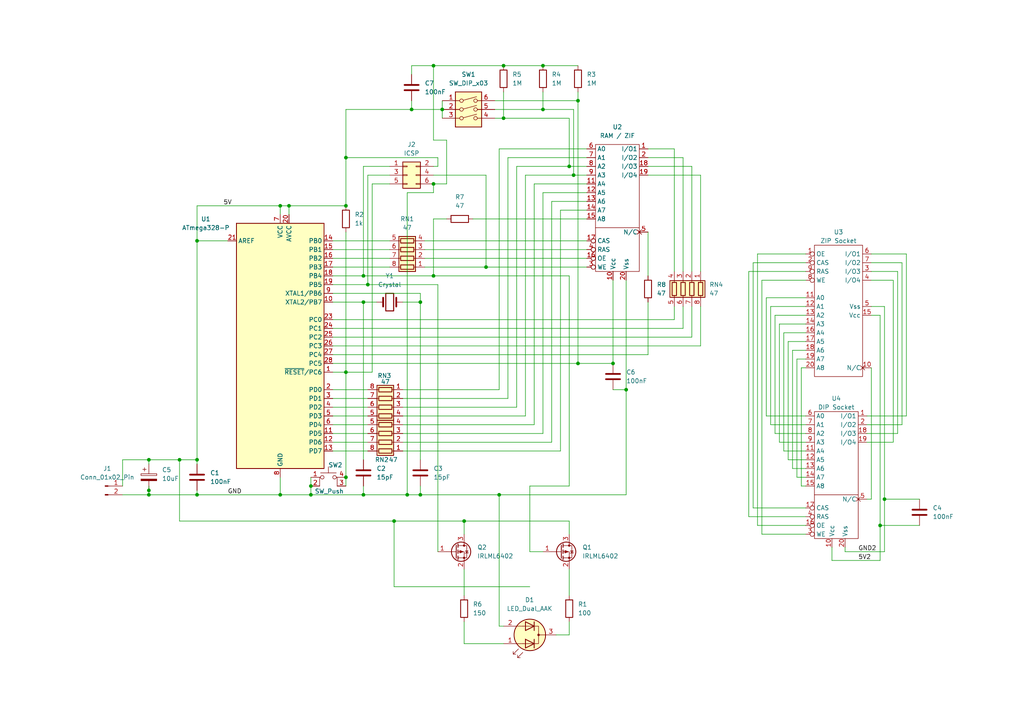
<source format=kicad_sch>
(kicad_sch (version 20231120) (generator "eeschema") (generator_version "8.0")
  (paper "A4")
  (lib_symbols
    (symbol "514256-DIP_1"
      (property "Reference" "514256" (at 12.7 6.604 0))
      (symbol "514256-DIP_1_0_1"
        (polyline (pts (xy 6.35 -19.05) (xy 19.05 -19.05)))
        (rectangle (start 6.35 5.08) (end 19.05 -31.75))
      )
      (symbol "514256-DIP_1_1_1"
        (pin bidirectional line (at 21.59 3.81 180) (length 2.54) (name "I/O1") (number "1"))
        (pin input line (at 11.43 -34.29 90) (length 2.54) (name "Vcc") (number "10"))
        (pin input line (at 3.81 -6.35 0) (length 2.54) (name "A4") (number "11"))
        (pin input line (at 3.81 -8.89 0) (length 2.54) (name "A5") (number "12"))
        (pin input line (at 3.81 -11.43 0) (length 2.54) (name "A6") (number "13"))
        (pin input line (at 3.81 -13.97 0) (length 2.54) (name "A7") (number "14"))
        (pin input line (at 3.81 -16.51 0) (length 2.54) (name "A8") (number "15"))
        (pin input inverted (at 3.81 -27.94 0) (length 2.54) (name "OE") (number "16"))
        (pin input inverted (at 3.81 -22.86 0) (length 2.54) (name "CAS") (number "17"))
        (pin bidirectional line (at 21.59 -1.27 180) (length 2.54) (name "I/O3") (number "18"))
        (pin bidirectional line (at 21.59 -3.81 180) (length 2.54) (name "I/O4") (number "19"))
        (pin bidirectional line (at 21.59 1.27 180) (length 2.54) (name "I/O2") (number "2"))
        (pin input line (at 15.24 -34.29 90) (length 2.54) (name "Vss") (number "20"))
        (pin input inverted (at 3.81 -30.48 0) (length 2.54) (name "WE") (number "3"))
        (pin input inverted (at 3.81 -25.4 0) (length 2.54) (name "RAS") (number "4"))
        (pin passive non_logic (at 21.59 -20.32 180) (length 2.54) (name "N/C") (number "5"))
        (pin input line (at 3.81 3.81 0) (length 2.54) (name "A0") (number "6"))
        (pin input line (at 3.81 1.27 0) (length 2.54) (name "A1") (number "7"))
        (pin input line (at 3.81 -1.27 0) (length 2.54) (name "A2") (number "8"))
        (pin input line (at 3.81 -3.81 0) (length 2.54) (name "A3") (number "9"))
      )
    )
    (symbol "Connector:Conn_01x02_Pin" (pin_names (offset 1.016) hide)
      (property "Reference" "J" (at 0 2.54 0))
      (property "Value" "Conn_01x02_Pin" (at 0 -5.08 0))
      (symbol "Conn_01x02_Pin_1_1"
        (polyline (pts (xy 1.27 -2.54) (xy 0.8636 -2.54)) (stroke (width 0.1524)))
        (polyline (pts (xy 1.27 0) (xy 0.8636 0)) (stroke (width 0.1524)))
        (rectangle (start 0.8636 -2.413) (end 0 -2.667) (stroke (width 0.1524)) (fill (type outline)))
        (rectangle (start 0.8636 0.127) (end 0 -0.127) (stroke (width 0.1524)) (fill (type outline)))
        (pin passive line (at 5.08 0 180) (length 3.81) (name "Pin_1") (number "1"))
        (pin passive line (at 5.08 -2.54 180) (length 3.81) (name "Pin_2") (number "2"))
      )
    )
    (symbol "Connector_Generic:Conn_02x03_Odd_Even" (pin_names (offset 1.016) hide)
      (property "Reference" "J" (at 1.27 5.08 0))
      (property "Value" "Conn_02x03_Odd_Even" (at 1.27 -5.08 0))
      (symbol "Conn_02x03_Odd_Even_1_1"
        (rectangle (start -1.27 -2.413) (end 0 -2.667) (stroke (width 0.1524)))
        (rectangle (start -1.27 0.127) (end 0 -0.127) (stroke (width 0.1524)))
        (rectangle (start -1.27 2.667) (end 0 2.413) (stroke (width 0.1524)))
        (rectangle (start -1.27 3.81) (end 3.81 -3.81) (stroke (width 0.254)) (fill (type background)))
        (rectangle (start 3.81 -2.413) (end 2.54 -2.667) (stroke (width 0.1524)))
        (rectangle (start 3.81 0.127) (end 2.54 -0.127) (stroke (width 0.1524)))
        (rectangle (start 3.81 2.667) (end 2.54 2.413) (stroke (width 0.1524)))
        (pin passive line (at -5.08 2.54 0) (length 3.81) (name "Pin_1") (number "1"))
        (pin passive line (at 7.62 2.54 180) (length 3.81) (name "Pin_2") (number "2"))
        (pin passive line (at -5.08 0 0) (length 3.81) (name "Pin_3") (number "3"))
        (pin passive line (at 7.62 0 180) (length 3.81) (name "Pin_4") (number "4"))
        (pin passive line (at -5.08 -2.54 0) (length 3.81) (name "Pin_5") (number "5"))
        (pin passive line (at 7.62 -2.54 180) (length 3.81) (name "Pin_6") (number "6"))
      )
    )
    (symbol "Device:C" (pin_numbers hide) (pin_names (offset 0.254))
      (property "Reference" "C" (at 0.635 2.54 0))
      (property "Value" "C" (at 0.635 -2.54 0))
      (symbol "C_0_1"
        (polyline (pts (xy -2.032 -0.762) (xy 2.032 -0.762)) (stroke (width 0.508)))
        (polyline (pts (xy -2.032 0.762) (xy 2.032 0.762)) (stroke (width 0.508)))
      )
      (symbol "C_1_1"
        (pin passive line (at 0 3.81 270) (length 2.794) (name "~") (number "1"))
        (pin passive line (at 0 -3.81 90) (length 2.794) (name "~") (number "2"))
      )
    )
    (symbol "Device:C_Polarized" (pin_numbers hide) (pin_names (offset 0.254))
      (property "Reference" "C" (at 0.635 2.54 0))
      (property "Value" "C_Polarized" (at 0.635 -2.54 0))
      (symbol "C_Polarized_0_1"
        (rectangle (start -2.286 0.508) (end 2.286 1.016))
        (polyline (pts (xy -1.778 2.286) (xy -0.762 2.286)))
        (polyline (pts (xy -1.27 2.794) (xy -1.27 1.778)))
        (rectangle (start 2.286 -0.508) (end -2.286 -1.016) (fill (type outline)))
      )
      (symbol "C_Polarized_1_1"
        (pin passive line (at 0 3.81 270) (length 2.794) (name "~") (number "1"))
        (pin passive line (at 0 -3.81 90) (length 2.794) (name "~") (number "2"))
      )
    )
    (symbol "Device:Crystal" (pin_numbers hide) (pin_names (offset 1.016) hide)
      (property "Reference" "Y" (at 0 3.81 0))
      (property "Value" "Crystal" (at 0 -3.81 0))
      (symbol "Crystal_0_1"
        (rectangle (start -1.143 2.54) (end 1.143 -2.54) (stroke (width 0.3048)))
        (polyline (pts (xy -2.54 0) (xy -1.905 0)))
        (polyline (pts (xy -1.905 -1.27) (xy -1.905 1.27)) (stroke (width 0.508)))
        (polyline (pts (xy 1.905 -1.27) (xy 1.905 1.27)) (stroke (width 0.508)))
        (polyline (pts (xy 2.54 0) (xy 1.905 0)))
      )
      (symbol "Crystal_1_1"
        (pin passive line (at -3.81 0 0) (length 1.27) (name "1") (number "1"))
        (pin passive line (at 3.81 0 180) (length 1.27) (name "2") (number "2"))
      )
    )
    (symbol "Device:LED_Dual_AAK" (pin_names (offset 0) hide)
      (property "Reference" "D" (at 0 5.715 0))
      (property "Value" "LED_Dual_AAK" (at 0 -6.35 0))
      (symbol "LED_Dual_AAK_0_1"
        (circle (center -2.54 0) (radius 0.2794) (fill (type outline)))
        (polyline (pts (xy -4.572 0) (xy -2.54 0)))
        (polyline (pts (xy -1.27 -1.27) (xy -1.27 -3.81)) (stroke (width 0.254)))
        (polyline (pts (xy -1.27 1.27) (xy -1.27 3.81)) (stroke (width 0.254)))
        (polyline (pts (xy 3.81 -2.54) (xy 1.905 -2.54)))
        (polyline (pts (xy 3.81 2.54) (xy 1.905 2.54)))
        (polyline (pts (xy 1.27 -3.81) (xy 1.27 -1.27) (xy -1.27 -2.54) (xy 1.27 -3.81)) (stroke (width 0.254)))
        (polyline (pts (xy 1.27 1.27) (xy 1.27 3.81) (xy -1.27 2.54) (xy 1.27 1.27)) (stroke (width 0.254)))
        (polyline (pts (xy 2.032 2.54) (xy -2.54 2.54) (xy -2.54 -2.54) (xy 2.032 -2.54)))
        (polyline (pts (xy 2.032 5.08) (xy 3.556 6.604) (xy 2.794 6.604) (xy 3.556 6.604) (xy 3.556 5.842)))
        (polyline (pts (xy 3.302 4.064) (xy 4.826 5.588) (xy 4.064 5.588) (xy 4.826 5.588) (xy 4.826 4.826)))
        (circle (center 0 0) (radius 4.572) (stroke (width 0.254)) (fill (type background)))
      )
      (symbol "LED_Dual_AAK_1_1"
        (pin input line (at 7.62 2.54 180) (length 3.81) (name "A1") (number "1"))
        (pin input line (at 7.62 -2.54 180) (length 3.81) (name "A2") (number "2"))
        (pin input line (at -7.62 0 0) (length 3.048) (name "K") (number "3"))
      )
    )
    (symbol "Device:R" (pin_numbers hide) (pin_names (offset 0))
      (property "Reference" "R" (at 2.032 0 90))
      (property "Value" "R" (at 0 0 90))
      (symbol "R_0_1"
        (rectangle (start -1.016 -2.54) (end 1.016 2.54) (stroke (width 0.254)))
      )
      (symbol "R_1_1"
        (pin passive line (at 0 3.81 270) (length 1.27) (name "~") (number "1"))
        (pin passive line (at 0 -3.81 90) (length 1.27) (name "~") (number "2"))
      )
    )
    (symbol "Device:R_Pack04" (pin_names (offset 0) hide)
      (property "Reference" "RN" (at -7.62 0 90))
      (property "Value" "R_Pack04" (at 5.08 0 90))
      (symbol "R_Pack04_0_1"
        (rectangle (start -6.35 -2.413) (end 3.81 2.413) (stroke (width 0.254)) (fill (type background)))
        (rectangle (start -5.715 1.905) (end -4.445 -1.905) (stroke (width 0.254)))
        (rectangle (start -3.175 1.905) (end -1.905 -1.905) (stroke (width 0.254)))
        (rectangle (start -0.635 1.905) (end 0.635 -1.905) (stroke (width 0.254)))
        (polyline (pts (xy -5.08 -2.54) (xy -5.08 -1.905)))
        (polyline (pts (xy -5.08 1.905) (xy -5.08 2.54)))
        (polyline (pts (xy -2.54 -2.54) (xy -2.54 -1.905)))
        (polyline (pts (xy -2.54 1.905) (xy -2.54 2.54)))
        (polyline (pts (xy 0 -2.54) (xy 0 -1.905)))
        (polyline (pts (xy 0 1.905) (xy 0 2.54)))
        (polyline (pts (xy 2.54 -2.54) (xy 2.54 -1.905)))
        (polyline (pts (xy 2.54 1.905) (xy 2.54 2.54)))
        (rectangle (start 1.905 1.905) (end 3.175 -1.905) (stroke (width 0.254)))
      )
      (symbol "R_Pack04_1_1"
        (pin passive line (at -5.08 -5.08 90) (length 2.54) (name "R1.1") (number "1"))
        (pin passive line (at -2.54 -5.08 90) (length 2.54) (name "R2.1") (number "2"))
        (pin passive line (at 0 -5.08 90) (length 2.54) (name "R3.1") (number "3"))
        (pin passive line (at 2.54 -5.08 90) (length 2.54) (name "R4.1") (number "4"))
        (pin passive line (at 2.54 5.08 270) (length 2.54) (name "R4.2") (number "5"))
        (pin passive line (at 0 5.08 270) (length 2.54) (name "R3.2") (number "6"))
        (pin passive line (at -2.54 5.08 270) (length 2.54) (name "R2.2") (number "7"))
        (pin passive line (at -5.08 5.08 270) (length 2.54) (name "R1.2") (number "8"))
      )
    )
    (symbol "MCU_Microchip_ATmega:ATmega328-P"
      (property "Reference" "U" (at -12.7 36.83 0))
      (property "Value" "ATmega328-P" (at 2.54 -36.83 0))
      (symbol "ATmega328-P_0_1"
        (rectangle (start -12.7 -35.56) (end 12.7 35.56) (stroke (width 0.254)) (fill (type background)))
      )
      (symbol "ATmega328-P_1_1"
        (pin bidirectional line (at 15.24 -7.62 180) (length 2.54) (name "~{RESET}/PC6") (number "1"))
        (pin bidirectional line (at 15.24 12.7 180) (length 2.54) (name "XTAL2/PB7") (number "10"))
        (pin bidirectional line (at 15.24 -25.4 180) (length 2.54) (name "PD5") (number "11"))
        (pin bidirectional line (at 15.24 -27.94 180) (length 2.54) (name "PD6") (number "12"))
        (pin bidirectional line (at 15.24 -30.48 180) (length 2.54) (name "PD7") (number "13"))
        (pin bidirectional line (at 15.24 30.48 180) (length 2.54) (name "PB0") (number "14"))
        (pin bidirectional line (at 15.24 27.94 180) (length 2.54) (name "PB1") (number "15"))
        (pin bidirectional line (at 15.24 25.4 180) (length 2.54) (name "PB2") (number "16"))
        (pin bidirectional line (at 15.24 22.86 180) (length 2.54) (name "PB3") (number "17"))
        (pin bidirectional line (at 15.24 20.32 180) (length 2.54) (name "PB4") (number "18"))
        (pin bidirectional line (at 15.24 17.78 180) (length 2.54) (name "PB5") (number "19"))
        (pin bidirectional line (at 15.24 -12.7 180) (length 2.54) (name "PD0") (number "2"))
        (pin power_in line (at 2.54 38.1 270) (length 2.54) (name "AVCC") (number "20"))
        (pin passive line (at -15.24 30.48 0) (length 2.54) (name "AREF") (number "21"))
        (pin passive line (at 0 -38.1 90) (length 2.54) hide (name "GND") (number "22"))
        (pin bidirectional line (at 15.24 7.62 180) (length 2.54) (name "PC0") (number "23"))
        (pin bidirectional line (at 15.24 5.08 180) (length 2.54) (name "PC1") (number "24"))
        (pin bidirectional line (at 15.24 2.54 180) (length 2.54) (name "PC2") (number "25"))
        (pin bidirectional line (at 15.24 0 180) (length 2.54) (name "PC3") (number "26"))
        (pin bidirectional line (at 15.24 -2.54 180) (length 2.54) (name "PC4") (number "27"))
        (pin bidirectional line (at 15.24 -5.08 180) (length 2.54) (name "PC5") (number "28"))
        (pin bidirectional line (at 15.24 -15.24 180) (length 2.54) (name "PD1") (number "3"))
        (pin bidirectional line (at 15.24 -17.78 180) (length 2.54) (name "PD2") (number "4"))
        (pin bidirectional line (at 15.24 -20.32 180) (length 2.54) (name "PD3") (number "5"))
        (pin bidirectional line (at 15.24 -22.86 180) (length 2.54) (name "PD4") (number "6"))
        (pin power_in line (at 0 38.1 270) (length 2.54) (name "VCC") (number "7"))
        (pin power_in line (at 0 -38.1 90) (length 2.54) (name "GND") (number "8"))
        (pin bidirectional line (at 15.24 15.24 180) (length 2.54) (name "XTAL1/PB6") (number "9"))
      )
    )
    (symbol "Memory_RAM:514256-DIP"
      (property "Reference" "514256" (at 12.7 6.604 0))
      (symbol "514256-DIP_0_1"
        (polyline (pts (xy 6.35 -19.05) (xy 19.05 -19.05)))
        (rectangle (start 6.35 5.08) (end 19.05 -31.75))
      )
      (symbol "514256-DIP_1_1"
        (pin bidirectional line (at 21.59 3.81 180) (length 2.54) (name "I/O1") (number "1"))
        (pin input line (at 11.43 -34.29 90) (length 2.54) (name "Vcc") (number "10"))
        (pin input line (at 3.81 -6.35 0) (length 2.54) (name "A4") (number "11"))
        (pin input line (at 3.81 -8.89 0) (length 2.54) (name "A5") (number "12"))
        (pin input line (at 3.81 -11.43 0) (length 2.54) (name "A6") (number "13"))
        (pin input line (at 3.81 -13.97 0) (length 2.54) (name "A7") (number "14"))
        (pin input line (at 3.81 -16.51 0) (length 2.54) (name "A8") (number "15"))
        (pin input inverted (at 3.81 -27.94 0) (length 2.54) (name "OE") (number "16"))
        (pin input inverted (at 3.81 -22.86 0) (length 2.54) (name "CAS") (number "17"))
        (pin bidirectional line (at 21.59 -1.27 180) (length 2.54) (name "I/O3") (number "18"))
        (pin bidirectional line (at 21.59 -3.81 180) (length 2.54) (name "I/O4") (number "19"))
        (pin bidirectional line (at 21.59 1.27 180) (length 2.54) (name "I/O2") (number "2"))
        (pin input line (at 15.24 -34.29 90) (length 2.54) (name "Vss") (number "20"))
        (pin input inverted (at 3.81 -30.48 0) (length 2.54) (name "WE") (number "3"))
        (pin input inverted (at 3.81 -25.4 0) (length 2.54) (name "RAS") (number "4"))
        (pin passive non_logic (at 21.59 -20.32 180) (length 2.54) (name "N/C") (number "5"))
        (pin input line (at 3.81 3.81 0) (length 2.54) (name "A0") (number "6"))
        (pin input line (at 3.81 1.27 0) (length 2.54) (name "A1") (number "7"))
        (pin input line (at 3.81 -1.27 0) (length 2.54) (name "A2") (number "8"))
        (pin input line (at 3.81 -3.81 0) (length 2.54) (name "A3") (number "9"))
      )
    )
    (symbol "Memory_RAM:514256-ZIP"
      (property "Reference" "U" (at 1.27 0 0))
      (symbol "514256-ZIP_1_1"
        (rectangle (start -3.81 -1.27) (end 10.16 -39.37))
        (pin input inverted (at -6.35 -3.81 0) (length 2.54) (name "OE") (number "1"))
        (pin passive non_logic (at 12.7 -36.83 180) (length 2.54) (name "N/C") (number "10"))
        (pin input line (at -6.35 -16.51 0) (length 2.54) (name "A0") (number "11"))
        (pin input line (at -6.35 -19.05 0) (length 2.54) (name "A1") (number "12"))
        (pin input line (at -6.35 -21.59 0) (length 2.54) (name "A2") (number "13"))
        (pin input line (at -6.35 -24.13 0) (length 2.54) (name "A3") (number "14"))
        (pin input line (at 12.7 -21.59 180) (length 2.54) (name "Vcc") (number "15"))
        (pin input line (at -6.35 -26.67 0) (length 2.54) (name "A4") (number "16"))
        (pin input line (at -6.35 -29.21 0) (length 2.54) (name "A5") (number "17"))
        (pin input line (at -6.35 -31.75 0) (length 2.54) (name "A6") (number "18"))
        (pin input line (at -6.35 -34.29 0) (length 2.54) (name "A7") (number "19"))
        (pin input inverted (at -6.35 -6.35 0) (length 2.54) (name "CAS") (number "2"))
        (pin input line (at -6.35 -36.83 0) (length 2.54) (name "A8") (number "20"))
        (pin bidirectional line (at 12.7 -8.89 180) (length 2.54) (name "I/O3") (number "3"))
        (pin bidirectional line (at 12.7 -11.43 180) (length 2.54) (name "I/O4") (number "4"))
        (pin input line (at 12.7 -19.05 180) (length 2.54) (name "Vss") (number "5"))
        (pin bidirectional line (at 12.7 -3.81 180) (length 2.54) (name "I/O1") (number "6"))
        (pin bidirectional line (at 12.7 -6.35 180) (length 2.54) (name "I/O2") (number "7"))
        (pin input inverted (at -6.35 -11.43 0) (length 2.54) (name "WE") (number "8"))
        (pin input inverted (at -6.35 -8.89 0) (length 2.54) (name "RAS") (number "9"))
      )
    )
    (symbol "Switch:SW_DIP_x03" (pin_names (offset 0) hide)
      (property "Reference" "SW" (at 0 6.35 0))
      (property "Value" "SW_DIP_x03" (at 0 -6.35 0))
      (symbol "SW_DIP_x03_0_0"
        (circle (center -2.032 -2.54) (radius 0.508))
        (circle (center -2.032 0) (radius 0.508))
        (circle (center -2.032 2.54) (radius 0.508))
        (polyline (pts (xy -1.524 -2.413) (xy 2.3622 -1.3716)))
        (polyline (pts (xy -1.524 0.127) (xy 2.3622 1.1684)))
        (polyline (pts (xy -1.524 2.667) (xy 2.3622 3.7084)))
        (circle (center 2.032 -2.54) (radius 0.508))
        (circle (center 2.032 0) (radius 0.508))
        (circle (center 2.032 2.54) (radius 0.508))
      )
      (symbol "SW_DIP_x03_0_1"
        (rectangle (start -3.81 5.08) (end 3.81 -5.08) (stroke (width 0.254)) (fill (type background)))
      )
      (symbol "SW_DIP_x03_1_1"
        (pin passive line (at -7.62 2.54 0) (length 5.08) (name "~") (number "1"))
        (pin passive line (at -7.62 0 0) (length 5.08) (name "~") (number "2"))
        (pin passive line (at -7.62 -2.54 0) (length 5.08) (name "~") (number "3"))
        (pin passive line (at 7.62 -2.54 180) (length 5.08) (name "~") (number "4"))
        (pin passive line (at 7.62 0 180) (length 5.08) (name "~") (number "5"))
        (pin passive line (at 7.62 2.54 180) (length 5.08) (name "~") (number "6"))
      )
    )
    (symbol "Switch:SW_MEC_5E" (pin_names (offset 1.016) hide)
      (property "Reference" "SW" (at 0.635 5.715 0))
      (property "Value" "SW_MEC_5E" (at 0 -3.175 0))
      (symbol "SW_MEC_5E_0_1"
        (circle (center -1.778 2.54) (radius 0.508))
        (polyline (pts (xy -2.286 3.81) (xy 2.286 3.81)))
        (polyline (pts (xy 0 3.81) (xy 0 5.588)))
        (polyline (pts (xy -2.54 0) (xy -2.54 2.54) (xy -2.286 2.54)))
        (polyline (pts (xy 2.54 0) (xy 2.54 2.54) (xy 2.286 2.54)))
        (circle (center 1.778 2.54) (radius 0.508))
        (pin passive line (at -5.08 2.54 0) (length 2.54) (name "1") (number "1"))
        (pin passive line (at -5.08 0 0) (length 2.54) (name "2") (number "2"))
        (pin passive line (at 5.08 0 180) (length 2.54) (name "K") (number "3"))
        (pin passive line (at 5.08 2.54 180) (length 2.54) (name "A") (number "4"))
      )
    )
    (symbol "Transistor_FET:IRLML6402" (pin_names hide)
      (property "Reference" "Q" (at 5.08 1.905 0))
      (property "Value" "IRLML6402" (at 5.08 0 0))
      (symbol "IRLML6402_0_1"
        (polyline (pts (xy 0.254 0) (xy -2.54 0)))
        (polyline (pts (xy 0.254 1.905) (xy 0.254 -1.905)) (stroke (width 0.254)))
        (polyline (pts (xy 0.762 -1.27) (xy 0.762 -2.286)) (stroke (width 0.254)))
        (polyline (pts (xy 0.762 0.508) (xy 0.762 -0.508)) (stroke (width 0.254)))
        (polyline (pts (xy 0.762 2.286) (xy 0.762 1.27)) (stroke (width 0.254)))
        (polyline (pts (xy 2.54 2.54) (xy 2.54 1.778)))
        (polyline (pts (xy 2.54 -2.54) (xy 2.54 0) (xy 0.762 0)))
        (polyline (pts (xy 0.762 1.778) (xy 3.302 1.778) (xy 3.302 -1.778) (xy 0.762 -1.778)))
        (polyline (pts (xy 2.286 0) (xy 1.27 0.381) (xy 1.27 -0.381) (xy 2.286 0)) (fill (type outline)))
        (polyline (pts (xy 2.794 -0.508) (xy 2.921 -0.381) (xy 3.683 -0.381) (xy 3.81 -0.254)))
        (polyline (pts (xy 3.302 -0.381) (xy 2.921 0.254) (xy 3.683 0.254) (xy 3.302 -0.381)))
        (circle (center 1.651 0) (radius 2.794) (stroke (width 0.254)))
        (circle (center 2.54 -1.778) (radius 0.254) (fill (type outline)))
        (circle (center 2.54 1.778) (radius 0.254) (fill (type outline)))
      )
      (symbol "IRLML6402_1_1"
        (pin input line (at -5.08 0 0) (length 2.54) (name "G") (number "1"))
        (pin passive line (at 2.54 -5.08 90) (length 2.54) (name "S") (number "2"))
        (pin passive line (at 2.54 5.08 270) (length 2.54) (name "D") (number "3"))
      )
    )
  )
  (junction (at 90.17 143.51))
  (junction (at 121.92 143.51))
  (junction (at 83.82 59.69))
  (junction (at 100.33 45.72))
  (junction (at 105.41 87.63))
  (junction (at 100.33 59.69))
  (junction (at 157.48 19.05))
  (junction (at 128.27 31.75))
  (junction (at 100.33 138.43))
  (junction (at 57.15 133.35))
  (junction (at 57.15 143.51))
  (junction (at 146.05 19.05))
  (junction (at 125.73 80.01))
  (junction (at 119.38 31.75))
  (junction (at 165.1 48.26))
  (junction (at 43.18 143.51))
  (junction (at 255.27 152.4))
  (junction (at 105.41 80.01))
  (junction (at 121.92 87.63))
  (junction (at 256.54 144.78))
  (junction (at 81.28 59.69))
  (junction (at 181.61 113.03))
  (junction (at 146.05 34.29))
  (junction (at 140.97 77.47))
  (junction (at 43.18 142.24))
  (junction (at 167.64 29.21))
  (junction (at 144.78 143.51))
  (junction (at 177.8 105.41))
  (junction (at 157.48 31.75))
  (junction (at 57.15 69.85))
  (junction (at 106.68 82.55))
  (junction (at 105.41 143.51))
  (junction (at 52.07 133.35))
  (junction (at 125.73 53.34))
  (junction (at 166.37 50.8))
  (junction (at 167.64 105.41))
  (junction (at 81.28 143.51))
  (junction (at 100.33 107.95))
  (junction (at 118.11 143.51))
  (junction (at 114.3 151.13))
  (junction (at 90.17 140.97))
  (junction (at 134.62 151.13))
  (junction (at 43.18 133.35))
  (junction (at 125.73 19.05))
  (wire (pts (xy 222.25 86.36) (xy 222.25 120.65)))
  (wire (pts (xy 116.84 123.19) (xy 154.94 123.19)))
  (wire (pts (xy 147.32 45.72) (xy 147.32 115.57)))
  (wire (pts (xy 107.95 53.34) (xy 107.95 107.95)))
  (wire (pts (xy 106.68 125.73) (xy 96.52 125.73)))
  (wire (pts (xy 140.97 50.8) (xy 140.97 77.47)))
  (wire (pts (xy 57.15 134.62) (xy 57.15 133.35)))
  (wire (pts (xy 121.92 85.09) (xy 121.92 87.63)))
  (wire (pts (xy 116.84 113.03) (xy 144.78 113.03)))
  (wire (pts (xy 231.14 138.43) (xy 231.14 104.14)))
  (wire (pts (xy 152.4 50.8) (xy 166.37 50.8)))
  (wire (pts (xy 165.1 165.1) (xy 165.1 172.72)))
  (wire (pts (xy 157.48 19.05) (xy 167.64 19.05)))
  (wire (pts (xy 256.54 160.02) (xy 256.54 144.78)))
  (wire (pts (xy 134.62 151.13) (xy 114.3 151.13)))
  (wire (pts (xy 262.89 73.66) (xy 262.89 120.65)))
  (wire (pts (xy 252.73 78.74) (xy 260.35 78.74)))
  (wire (pts (xy 35.56 133.35) (xy 43.18 133.35)))
  (wire (pts (xy 129.54 40.64) (xy 129.54 53.34)))
  (wire (pts (xy 187.96 43.18) (xy 195.58 43.18)))
  (wire (pts (xy 105.41 87.63) (xy 105.41 133.35)))
  (wire (pts (xy 170.18 60.96) (xy 162.56 60.96)))
  (wire (pts (xy 118.11 55.88) (xy 118.11 143.51)))
  (wire (pts (xy 187.96 45.72) (xy 198.12 45.72)))
  (wire (pts (xy 255.27 152.4) (xy 255.27 162.56)))
  (wire (pts (xy 226.06 128.27) (xy 233.68 128.27)))
  (wire (pts (xy 121.92 87.63) (xy 121.92 133.35)))
  (wire (pts (xy 100.33 31.75) (xy 100.33 45.72)))
  (wire (pts (xy 57.15 59.69) (xy 81.28 59.69)))
  (wire (pts (xy 125.73 80.01) (xy 165.1 80.01)))
  (wire (pts (xy 146.05 26.67) (xy 146.05 34.29)))
  (wire (pts (xy 143.51 34.29) (xy 146.05 34.29)))
  (wire (pts (xy 125.73 40.64) (xy 129.54 40.64)))
  (wire (pts (xy 107.95 107.95) (xy 100.33 107.95)))
  (wire (pts (xy 105.41 140.97) (xy 105.41 143.51)))
  (wire (pts (xy 114.3 151.13) (xy 52.07 151.13)))
  (wire (pts (xy 119.38 19.05) (xy 125.73 19.05)))
  (wire (pts (xy 106.68 82.55) (xy 127 82.55)))
  (wire (pts (xy 219.71 73.66) (xy 233.68 73.66)))
  (wire (pts (xy 229.87 135.89) (xy 233.68 135.89)))
  (wire (pts (xy 232.41 106.68) (xy 232.41 140.97)))
  (wire (pts (xy 52.07 133.35) (xy 57.15 133.35)))
  (wire (pts (xy 218.44 147.32) (xy 233.68 147.32)))
  (wire (pts (xy 157.48 55.88) (xy 157.48 125.73)))
  (wire (pts (xy 166.37 31.75) (xy 166.37 50.8)))
  (wire (pts (xy 100.33 45.72) (xy 100.33 59.69)))
  (wire (pts (xy 227.33 130.81) (xy 227.33 96.52)))
  (wire (pts (xy 229.87 101.6) (xy 229.87 135.89)))
  (wire (pts (xy 105.41 48.26) (xy 105.41 80.01)))
  (wire (pts (xy 153.67 160.02) (xy 157.48 160.02)))
  (wire (pts (xy 105.41 87.63) (xy 109.22 87.63)))
  (wire (pts (xy 116.84 115.57) (xy 147.32 115.57)))
  (wire (pts (xy 146.05 19.05) (xy 157.48 19.05)))
  (wire (pts (xy 255.27 152.4) (xy 266.7 152.4)))
  (wire (pts (xy 113.03 53.34) (xy 107.95 53.34)))
  (wire (pts (xy 262.89 120.65) (xy 251.46 120.65)))
  (wire (pts (xy 143.51 31.75) (xy 157.48 31.75)))
  (wire (pts (xy 165.1 184.15) (xy 165.1 180.34)))
  (wire (pts (xy 96.52 69.85) (xy 113.03 69.85)))
  (wire (pts (xy 153.67 140.97) (xy 165.1 140.97)))
  (wire (pts (xy 96.52 102.87) (xy 187.96 102.87)))
  (wire (pts (xy 96.52 113.03) (xy 106.68 113.03)))
  (wire (pts (xy 233.68 123.19) (xy 223.52 123.19)))
  (wire (pts (xy 177.8 105.41) (xy 167.64 105.41)))
  (wire (pts (xy 167.64 26.67) (xy 167.64 29.21)))
  (wire (pts (xy 252.73 91.44) (xy 255.27 91.44)))
  (wire (pts (xy 260.35 125.73) (xy 251.46 125.73)))
  (wire (pts (xy 187.96 87.63) (xy 187.96 102.87)))
  (wire (pts (xy 149.86 48.26) (xy 165.1 48.26)))
  (wire (pts (xy 129.54 63.5) (xy 125.73 63.5)))
  (wire (pts (xy 57.15 69.85) (xy 66.04 69.85)))
  (wire (pts (xy 256.54 88.9) (xy 252.73 88.9)))
  (wire (pts (xy 129.54 53.34) (xy 125.73 53.34)))
  (wire (pts (xy 241.3 162.56) (xy 241.3 158.75)))
  (wire (pts (xy 121.92 140.97) (xy 121.92 143.51)))
  (wire (pts (xy 43.18 133.35) (xy 52.07 133.35)))
  (wire (pts (xy 149.86 118.11) (xy 149.86 48.26)))
  (wire (pts (xy 125.73 48.26) (xy 127 48.26)))
  (wire (pts (xy 134.62 151.13) (xy 134.62 154.94)))
  (wire (pts (xy 252.73 106.68) (xy 252.73 144.78)))
  (wire (pts (xy 57.15 142.24) (xy 57.15 143.51)))
  (wire (pts (xy 255.27 162.56) (xy 241.3 162.56)))
  (wire (pts (xy 146.05 34.29) (xy 165.1 34.29)))
  (wire (pts (xy 233.68 91.44) (xy 224.79 91.44)))
  (wire (pts (xy 203.2 50.8) (xy 203.2 78.74)))
  (wire (pts (xy 157.48 31.75) (xy 166.37 31.75)))
  (wire (pts (xy 231.14 104.14) (xy 233.68 104.14)))
  (wire (pts (xy 121.92 143.51) (xy 144.78 143.51)))
  (wire (pts (xy 125.73 55.88) (xy 118.11 55.88)))
  (wire (pts (xy 251.46 123.19) (xy 261.62 123.19)))
  (wire (pts (xy 153.67 140.97) (xy 153.67 160.02)))
  (wire (pts (xy 134.62 165.1) (xy 134.62 172.72)))
  (wire (pts (xy 187.96 50.8) (xy 203.2 50.8)))
  (wire (pts (xy 152.4 50.8) (xy 152.4 120.65)))
  (wire (pts (xy 252.73 144.78) (xy 251.46 144.78)))
  (wire (pts (xy 119.38 29.21) (xy 119.38 31.75)))
  (wire (pts (xy 106.68 50.8) (xy 106.68 82.55)))
  (wire (pts (xy 144.78 43.18) (xy 170.18 43.18)))
  (wire (pts (xy 223.52 123.19) (xy 223.52 88.9)))
  (wire (pts (xy 100.33 59.69) (xy 83.82 59.69)))
  (wire (pts (xy 154.94 53.34) (xy 170.18 53.34)))
  (wire (pts (xy 165.1 48.26) (xy 170.18 48.26)))
  (wire (pts (xy 200.66 97.79) (xy 96.52 97.79)))
  (wire (pts (xy 233.68 93.98) (xy 226.06 93.98)))
  (wire (pts (xy 198.12 88.9) (xy 198.12 95.25)))
  (wire (pts (xy 252.73 81.28) (xy 259.08 81.28)))
  (wire (pts (xy 127 82.55) (xy 127 160.02)))
  (wire (pts (xy 198.12 95.25) (xy 96.52 95.25)))
  (wire (pts (xy 245.11 158.75) (xy 245.11 160.02)))
  (wire (pts (xy 222.25 120.65) (xy 233.68 120.65)))
  (wire (pts (xy 200.66 48.26) (xy 200.66 78.74)))
  (wire (pts (xy 96.52 115.57) (xy 106.68 115.57)))
  (wire (pts (xy 166.37 50.8) (xy 170.18 50.8)))
  (wire (pts (xy 170.18 45.72) (xy 147.32 45.72)))
  (wire (pts (xy 157.48 125.73) (xy 116.84 125.73)))
  (wire (pts (xy 187.96 67.31) (xy 187.96 80.01)))
  (wire (pts (xy 81.28 59.69) (xy 81.28 62.23)))
  (wire (pts (xy 128.27 31.75) (xy 128.27 34.29)))
  (wire (pts (xy 140.97 77.47) (xy 170.18 77.47)))
  (wire (pts (xy 162.56 130.81) (xy 116.84 130.81)))
  (wire (pts (xy 252.73 73.66) (xy 262.89 73.66)))
  (wire (pts (xy 96.52 123.19) (xy 106.68 123.19)))
  (wire (pts (xy 170.18 63.5) (xy 137.16 63.5)))
  (wire (pts (xy 43.18 143.51) (xy 57.15 143.51)))
  (wire (pts (xy 105.41 143.51) (xy 90.17 143.51)))
  (wire (pts (xy 233.68 106.68) (xy 232.41 106.68)))
  (wire (pts (xy 90.17 138.43) (xy 90.17 140.97)))
  (wire (pts (xy 123.19 77.47) (xy 140.97 77.47)))
  (wire (pts (xy 177.8 113.03) (xy 181.61 113.03)))
  (wire (pts (xy 96.52 128.27) (xy 106.68 128.27)))
  (wire (pts (xy 162.56 60.96) (xy 162.56 130.81)))
  (wire (pts (xy 259.08 128.27) (xy 251.46 128.27)))
  (wire (pts (xy 177.8 81.28) (xy 177.8 105.41)))
  (wire (pts (xy 233.68 130.81) (xy 227.33 130.81)))
  (wire (pts (xy 228.6 133.35) (xy 233.68 133.35)))
  (wire (pts (xy 203.2 88.9) (xy 203.2 100.33)))
  (wire (pts (xy 256.54 144.78) (xy 256.54 88.9)))
  (wire (pts (xy 233.68 138.43) (xy 231.14 138.43)))
  (wire (pts (xy 52.07 151.13) (xy 52.07 133.35)))
  (wire (pts (xy 105.41 80.01) (xy 125.73 80.01)))
  (wire (pts (xy 134.62 186.69) (xy 146.05 186.69)))
  (wire (pts (xy 223.52 88.9) (xy 233.68 88.9)))
  (wire (pts (xy 100.33 67.31) (xy 100.33 107.95)))
  (wire (pts (xy 228.6 99.06) (xy 228.6 133.35)))
  (wire (pts (xy 127 48.26) (xy 127 45.72)))
  (wire (pts (xy 195.58 43.18) (xy 195.58 78.74)))
  (wire (pts (xy 167.64 29.21) (xy 167.64 105.41)))
  (wire (pts (xy 134.62 151.13) (xy 165.1 151.13)))
  (wire (pts (xy 165.1 151.13) (xy 165.1 154.94)))
  (wire (pts (xy 157.48 26.67) (xy 157.48 31.75)))
  (wire (pts (xy 114.3 170.18) (xy 153.67 170.18)))
  (wire (pts (xy 90.17 140.97) (xy 90.17 143.51)))
  (wire (pts (xy 96.52 100.33) (xy 203.2 100.33)))
  (wire (pts (xy 128.27 29.21) (xy 128.27 31.75)))
  (wire (pts (xy 226.06 93.98) (xy 226.06 128.27)))
  (wire (pts (xy 116.84 118.11) (xy 149.86 118.11)))
  (wire (pts (xy 96.52 107.95) (xy 100.33 107.95)))
  (wire (pts (xy 195.58 92.71) (xy 96.52 92.71)))
  (wire (pts (xy 114.3 151.13) (xy 114.3 170.18)))
  (wire (pts (xy 116.84 128.27) (xy 160.02 128.27)))
  (wire (pts (xy 96.52 87.63) (xy 105.41 87.63)))
  (wire (pts (xy 255.27 91.44) (xy 255.27 152.4)))
  (wire (pts (xy 96.52 77.47) (xy 113.03 77.47)))
  (wire (pts (xy 233.68 76.2) (xy 218.44 76.2)))
  (wire (pts (xy 123.19 74.93) (xy 170.18 74.93)))
  (wire (pts (xy 232.41 140.97) (xy 233.68 140.97)))
  (wire (pts (xy 96.52 80.01) (xy 105.41 80.01)))
  (wire (pts (xy 57.15 69.85) (xy 57.15 59.69)))
  (wire (pts (xy 144.78 113.03) (xy 144.78 43.18)))
  (wire (pts (xy 57.15 143.51) (xy 81.28 143.51)))
  (wire (pts (xy 181.61 81.28) (xy 181.61 113.03)))
  (wire (pts (xy 96.52 85.09) (xy 121.92 85.09)))
  (wire (pts (xy 125.73 19.05) (xy 125.73 40.64)))
  (wire (pts (xy 43.18 133.35) (xy 43.18 134.62)))
  (wire (pts (xy 233.68 101.6) (xy 229.87 101.6)))
  (wire (pts (xy 233.68 152.4) (xy 219.71 152.4)))
  (wire (pts (xy 100.33 138.43) (xy 100.33 140.97)))
  (wire (pts (xy 154.94 123.19) (xy 154.94 53.34)))
  (wire (pts (xy 90.17 143.51) (xy 81.28 143.51)))
  (wire (pts (xy 256.54 144.78) (xy 266.7 144.78)))
  (wire (pts (xy 160.02 58.42) (xy 170.18 58.42)))
  (wire (pts (xy 165.1 34.29) (xy 165.1 48.26)))
  (wire (pts (xy 170.18 55.88) (xy 157.48 55.88)))
  (wire (pts (xy 96.52 82.55) (xy 106.68 82.55)))
  (wire (pts (xy 144.78 143.51) (xy 181.61 143.51)))
  (wire (pts (xy 195.58 88.9) (xy 195.58 92.71)))
  (wire (pts (xy 123.19 69.85) (xy 170.18 69.85)))
  (wire (pts (xy 125.73 50.8) (xy 140.97 50.8)))
  (wire (pts (xy 123.19 72.39) (xy 170.18 72.39)))
  (wire (pts (xy 261.62 123.19) (xy 261.62 76.2)))
  (wire (pts (xy 220.98 154.94) (xy 233.68 154.94)))
  (wire (pts (xy 100.33 107.95) (xy 100.33 138.43)))
  (wire (pts (xy 43.18 140.97) (xy 43.18 142.24)))
  (wire (pts (xy 81.28 138.43) (xy 81.28 143.51)))
  (wire (pts (xy 259.08 81.28) (xy 259.08 128.27)))
  (wire (pts (xy 96.52 118.11) (xy 106.68 118.11)))
  (wire (pts (xy 219.71 152.4) (xy 219.71 73.66)))
  (wire (pts (xy 83.82 59.69) (xy 81.28 59.69)))
  (wire (pts (xy 144.78 143.51) (xy 144.78 181.61)))
  (wire (pts (xy 260.35 78.74) (xy 260.35 125.73)))
  (wire (pts (xy 43.18 142.24) (xy 43.18 143.51)))
  (wire (pts (xy 217.17 78.74) (xy 233.68 78.74)))
  (wire (pts (xy 57.15 133.35) (xy 57.15 69.85)))
  (wire (pts (xy 116.84 120.65) (xy 152.4 120.65)))
  (wire (pts (xy 100.33 31.75) (xy 119.38 31.75)))
  (wire (pts (xy 134.62 186.69) (xy 134.62 180.34)))
  (wire (pts (xy 181.61 113.03) (xy 181.61 143.51)))
  (wire (pts (xy 146.05 181.61) (xy 144.78 181.61)))
  (wire (pts (xy 96.52 72.39) (xy 113.03 72.39)))
  (wire (pts (xy 261.62 76.2) (xy 252.73 76.2)))
  (wire (pts (xy 161.29 184.15) (xy 165.1 184.15)))
  (wire (pts (xy 127 45.72) (xy 100.33 45.72)))
  (wire (pts (xy 198.12 45.72) (xy 198.12 78.74)))
  (wire (pts (xy 224.79 125.73) (xy 233.68 125.73)))
  (wire (pts (xy 125.73 63.5) (xy 125.73 80.01)))
  (wire (pts (xy 224.79 91.44) (xy 224.79 125.73)))
  (wire (pts (xy 200.66 88.9) (xy 200.66 97.79)))
  (wire (pts (xy 113.03 50.8) (xy 106.68 50.8)))
  (wire (pts (xy 119.38 21.59) (xy 119.38 19.05)))
  (wire (pts (xy 35.56 143.51) (xy 43.18 143.51)))
  (wire (pts (xy 118.11 143.51) (xy 105.41 143.51)))
  (wire (pts (xy 96.52 120.65) (xy 106.68 120.65)))
  (wire (pts (xy 106.68 130.81) (xy 96.52 130.81)))
  (wire (pts (xy 83.82 62.23) (xy 83.82 59.69)))
  (wire (pts (xy 121.92 87.63) (xy 116.84 87.63)))
  (wire (pts (xy 187.96 48.26) (xy 200.66 48.26)))
  (wire (pts (xy 165.1 80.01) (xy 165.1 140.97)))
  (wire (pts (xy 233.68 81.28) (xy 220.98 81.28)))
  (wire (pts (xy 233.68 149.86) (xy 217.17 149.86)))
  (wire (pts (xy 218.44 76.2) (xy 218.44 147.32)))
  (wire (pts (xy 233.68 99.06) (xy 228.6 99.06)))
  (wire (pts (xy 125.73 53.34) (xy 125.73 55.88)))
  (wire (pts (xy 121.92 143.51) (xy 118.11 143.51)))
  (wire (pts (xy 119.38 31.75) (xy 128.27 31.75)))
  (wire (pts (xy 233.68 86.36) (xy 222.25 86.36)))
  (wire (pts (xy 227.33 96.52) (xy 233.68 96.52)))
  (wire (pts (xy 245.11 160.02) (xy 256.54 160.02)))
  (wire (pts (xy 217.17 149.86) (xy 217.17 78.74)))
  (wire (pts (xy 143.51 29.21) (xy 167.64 29.21)))
  (wire (pts (xy 220.98 81.28) (xy 220.98 154.94)))
  (wire (pts (xy 113.03 48.26) (xy 105.41 48.26)))
  (wire (pts (xy 160.02 128.27) (xy 160.02 58.42)))
  (wire (pts (xy 146.05 19.05) (xy 125.73 19.05)))
  (wire (pts (xy 167.64 105.41) (xy 96.52 105.41)))
  (wire (pts (xy 96.52 74.93) (xy 113.03 74.93)))
  (wire (pts (xy 35.56 140.97) (xy 35.56 133.35)))
  (label "5V" (at 64.77 59.69 0) (property "Netclass" "Vcc" (effects (hide yes))))
  (label "GND2" (at 248.92 160.02 0) (property "Netclass" "GND2" (effects (hide yes))))
  (label "GND" (at 66.04 143.51 0) (property "Netclass" "GND" (effects (hide yes))))
  (label "5V2" (at 248.92 162.56 0) (property "Netclass" "5V2" (effects (hide yes))))
  (symbol (lib_id "Device:R_Pack04") (at 198.12 83.82 180) (unit 1)
    (property "Reference" "RN4" (at 205.74 82.5499 0) (effects (justify right)))
    (property "Value" "47" (at 205.74 85.0899 0) (effects (justify right)))
    (property "Footprint" "Resistor_SMD:R_Array_Concave_4x0603" (effects (hide yes)))
    (property "Description" "4 resistor network, parallel topology" (effects (hide yes)))
  )
  (symbol (lib_id "Memory_RAM:514256-DIP") (at 229.87 124.46 0) (unit 1)
    (property "Reference" "U4" (at 242.57 115.57 0))
    (property "Value" "DIP Socket" (at 242.57 118.11 0))
    (property "Footprint" "Package_DIP:DIP-20_W7.62mm" (effects (hide yes)))
  )
  (symbol (lib_id "Memory_RAM:514256-ZIP") (at 240.03 69.85 0) (unit 1)
    (property "Reference" "U3" (at 243.205 67.31 0))
    (property "Value" "ZIP Socket" (at 243.205 69.85 0))
    (property "Footprint" "Package_DIP:ZIP-20" (effects (hide yes)))
  )
  (symbol (lib_id "Device:R_Pack04") (at 111.76 118.11 90) (mirror x) (unit 1)
    (property "Reference" "RN3" (at 111.506 108.966 90))
    (property "Value" "47" (at 111.76 110.744 90))
    (property "Footprint" "Resistor_SMD:R_Array_Concave_4x0603" (effects (hide yes)))
    (property "Description" "4 resistor network, parallel topology" (effects (hide yes)))
  )
  (symbol (lib_id "Device:Crystal") (at 113.03 87.63 0) (unit 1)
    (property "Reference" "Y1" (at 113.03 80.01 0))
    (property "Value" "Crystal" (at 113.03 82.55 0))
    (property "Footprint" "Crystal:Crystal_HC49-U_Vertical" (effects (hide yes)))
    (property "Description" "Two pin crystal" (effects (hide yes)))
  )
  (symbol (lib_id "Device:R") (at 187.96 83.82 180) (unit 1)
    (property "Reference" "R8" (at 190.5 82.5499 0) (effects (justify right)))
    (property "Value" "47" (at 190.5 85.0899 0) (effects (justify right)))
    (property "Footprint" "Resistor_SMD:R_0603_1608Metric" (effects (hide yes)))
    (property "Description" "Resistor" (effects (hide yes)))
  )
  (symbol (lib_id "Device:R") (at 165.1 176.53 180) (unit 1)
    (property "Reference" "R1" (at 167.64 175.2599 0) (effects (justify right)))
    (property "Value" "100" (at 167.64 177.7999 0) (effects (justify right)))
    (property "Footprint" "Resistor_SMD:R_0603_1608Metric" (effects (hide yes)))
    (property "Description" "Resistor" (effects (hide yes)))
  )
  (symbol (lib_id "Device:R") (at 167.64 22.86 0) (unit 1)
    (property "Reference" "R3" (at 170.18 21.5899 0) (effects (justify left)))
    (property "Value" "1M" (at 170.18 24.1299 0) (effects (justify left)))
    (property "Footprint" "Resistor_SMD:R_0603_1608Metric" (effects (hide yes)))
    (property "Description" "Resistor" (effects (hide yes)))
  )
  (symbol (lib_id "Device:R") (at 134.62 176.53 0) (unit 1)
    (property "Reference" "R6" (at 137.16 175.2599 0) (effects (justify left)))
    (property "Value" "150" (at 137.16 177.7999 0) (effects (justify left)))
    (property "Footprint" "Resistor_SMD:R_0603_1608Metric" (effects (hide yes)))
    (property "Description" "Resistor" (effects (hide yes)))
  )
  (symbol (lib_id "Device:C") (at 121.92 137.16 0) (unit 1)
    (property "Reference" "C3" (at 125.73 135.8899 0) (effects (justify left)))
    (property "Value" "15pF" (at 125.73 138.4299 0) (effects (justify left)))
    (property "Footprint" "Capacitor_THT:C_Disc_D4.3mm_W1.9mm_P5.00mm" (effects (hide yes)))
    (property "Description" "Unpolarized capacitor" (effects (hide yes)))
  )
  (symbol (lib_id "Device:R") (at 133.35 63.5 90) (unit 1)
    (property "Reference" "R7" (at 133.35 57.15 90))
    (property "Value" "47" (at 133.35 59.69 90))
    (property "Footprint" "Resistor_SMD:R_0603_1608Metric" (effects (hide yes)))
    (property "Description" "Resistor" (effects (hide yes)))
  )
  (symbol (lib_id "Connector_Generic:Conn_02x03_Odd_Even") (at 118.11 50.8 0) (unit 1)
    (property "Reference" "J2" (at 119.38 41.91 0))
    (property "Value" "ICSP" (at 119.38 44.45 0))
    (property "Footprint" "Connector_PinHeader_2.54mm:PinHeader_2x03_P2.54mm_Vertical" (effects (hide yes)))
    (property "Description" "Generic connector, double row, 02x03, odd/even pin numbering scheme (row 1 odd numbers, row 2 even numbers), script generated (kicad-library-utils/schlib/autogen/connector/)" (effects (hide yes)))
  )
  (symbol (lib_id "Transistor_FET:IRLML6402") (at 132.08 160.02 0) (unit 1)
    (property "Reference" "Q2" (at 138.43 158.7499 0) (effects (justify left)))
    (property "Value" "IRLML6402" (at 138.43 161.2899 0) (effects (justify left)))
    (property "Footprint" "Package_TO_SOT_SMD:SOT-23" (effects (hide yes)))
    (property "Datasheet" "https://www.infineon.com/dgdl/irlml6402pbf.pdf?fileId=5546d462533600a401535668d5c2263c" (effects (hide yes)))
    (property "Description" "-3.7A Id, -20V Vds, 65mOhm Rds, P-Channel HEXFET Power MOSFET, SOT-23" (effects (hide yes)))
  )
  (symbol (lib_id "Switch:SW_DIP_x03") (at 135.89 31.75 0) (unit 1)
    (property "Reference" "SW1" (at 135.89 21.59 0))
    (property "Value" "SW_DIP_x03" (at 135.89 24.13 0))
    (property "Footprint" "Package_DIP:DIP-6_W7.62mm" (effects (hide yes)))
    (property "Description" "3x DIP Switch, Single Pole Single Throw (SPST) switch, small symbol" (effects (hide yes)))
  )
  (symbol (lib_name "514256-DIP_1") (lib_id "Memory_RAM:514256-DIP") (at 166.37 46.99 0) (unit 1)
    (property "Reference" "U2" (at 179.07 36.83 0))
    (property "Value" "RAM / ZIF" (at 179.07 39.37 0))
    (property "Footprint" "Package_DIP:DIP-20_W7.62mm_LongPads" (effects (hide yes)))
  )
  (symbol (lib_id "Device:R") (at 100.33 63.5 0) (unit 1)
    (property "Reference" "R2" (at 102.87 62.2299 0) (effects (justify left)))
    (property "Value" "1k" (at 102.87 64.7699 0) (effects (justify left)))
    (property "Footprint" "Resistor_SMD:R_0603_1608Metric" (effects (hide yes)))
    (property "Description" "Resistor" (effects (hide yes)))
  )
  (symbol (lib_id "Device:C") (at 177.8 109.22 0) (unit 1)
    (property "Reference" "C6" (at 181.61 107.9499 0) (effects (justify left)))
    (property "Value" "100nF" (at 181.61 110.4899 0) (effects (justify left)))
    (property "Footprint" "Capacitor_SMD:C_0805_2012Metric" (effects (hide yes)))
    (property "Description" "Unpolarized capacitor" (effects (hide yes)))
  )
  (symbol (lib_id "Device:LED_Dual_AAK") (at 153.67 184.15 180) (unit 1)
    (property "Reference" "D1" (at 153.6065 173.99 0))
    (property "Value" "LED_Dual_AAK" (at 153.6065 176.53 0))
    (property "Footprint" "LED_THT:LED_D5.0mm-3" (effects (hide yes)))
    (property "Description" "Dual LED, common cathode on pin 3" (effects (hide yes)))
  )
  (symbol (lib_id "Transistor_FET:IRLML6402") (at 162.56 160.02 0) (unit 1)
    (property "Reference" "Q1" (at 168.91 158.7499 0) (effects (justify left)))
    (property "Value" "IRLML6402" (at 168.91 161.2899 0) (effects (justify left)))
    (property "Footprint" "Package_TO_SOT_SMD:SOT-23" (effects (hide yes)))
    (property "Datasheet" "https://www.infineon.com/dgdl/irlml6402pbf.pdf?fileId=5546d462533600a401535668d5c2263c" (effects (hide yes)))
    (property "Description" "-3.7A Id, -20V Vds, 65mOhm Rds, P-Channel HEXFET Power MOSFET, SOT-23" (effects (hide yes)))
  )
  (symbol (lib_id "Device:C_Polarized") (at 43.18 138.43 0) (unit 1)
    (property "Reference" "C5" (at 46.99 136.2709 0) (effects (justify left)))
    (property "Value" "10uF" (at 46.99 138.8109 0) (effects (justify left)))
    (property "Footprint" "Capacitor_SMD:C_1206_3216Metric" (effects (hide yes)))
    (property "Description" "Polarized capacitor" (effects (hide yes)))
  )
  (symbol (lib_id "Device:C") (at 105.41 137.16 0) (unit 1)
    (property "Reference" "C2" (at 109.22 135.8899 0) (effects (justify left)))
    (property "Value" "15pF" (at 109.22 138.4299 0) (effects (justify left)))
    (property "Footprint" "Capacitor_THT:C_Disc_D4.3mm_W1.9mm_P5.00mm" (effects (hide yes)))
    (property "Description" "Unpolarized capacitor" (effects (hide yes)))
  )
  (symbol (lib_id "Connector:Conn_01x02_Pin") (at 30.48 140.97 0) (unit 1)
    (property "Reference" "J1" (at 31.115 135.89 0))
    (property "Value" "Conn_01x02_Pin" (at 31.115 138.43 0))
    (property "Footprint" "Connector_USB:MicroUSB PowerOnly" (effects (hide yes)))
    (property "Description" "Generic connector, single row, 01x02, script generated" (effects (hide yes)))
  )
  (symbol (lib_id "Device:C") (at 266.7 148.59 0) (unit 1)
    (property "Reference" "C4" (at 270.51 147.3199 0) (effects (justify left)))
    (property "Value" "100nF" (at 270.51 149.8599 0) (effects (justify left)))
    (property "Footprint" "Capacitor_SMD:C_0805_2012Metric" (effects (hide yes)))
    (property "Description" "Unpolarized capacitor" (effects (hide yes)))
  )
  (symbol (lib_id "Device:R_Pack04") (at 111.76 125.73 90) (unit 1)
    (property "Reference" "RN2" (at 110.744 133.35 90))
    (property "Value" "47" (at 114.046 133.35 90))
    (property "Footprint" "Resistor_SMD:R_Array_Concave_4x0603" (effects (hide yes)))
    (property "Description" "4 resistor network, parallel topology" (effects (hide yes)))
  )
  (symbol (lib_id "Switch:SW_MEC_5E") (at 95.25 140.97 0) (unit 1)
    (property "Reference" "SW2" (at 97.282 134.874 0))
    (property "Value" "SW_Push" (at 95.504 142.494 0))
    (property "Footprint" "Button_Switch_SMD:TLZWLA_Button" (effects (hide yes)))
    (property "Datasheet" "http://www.apem.com/int/index.php?controller=attachment&id_attachment=1371" (effects (hide yes)))
    (property "Description" "MEC 5E single pole normally-open tactile switch" (effects (hide yes)))
  )
  (symbol (lib_id "Device:C") (at 119.38 25.4 0) (unit 1)
    (property "Reference" "C7" (at 123.19 24.1299 0) (effects (justify left)))
    (property "Value" "100nF" (at 123.19 26.6699 0) (effects (justify left)))
    (property "Footprint" "Capacitor_SMD:C_0805_2012Metric" (effects (hide yes)))
    (property "Description" "Unpolarized capacitor" (effects (hide yes)))
  )
  (symbol (lib_id "Device:R_Pack04") (at 118.11 72.39 90) (unit 1)
    (property "Reference" "RN1" (at 118.11 63.5 90))
    (property "Value" "47" (at 118.11 66.04 90))
    (property "Footprint" "Resistor_SMD:R_Array_Concave_4x0603" (effects (hide yes)))
    (property "Description" "4 resistor network, parallel topology" (effects (hide yes)))
  )
  (symbol (lib_id "Device:R") (at 146.05 22.86 0) (unit 1)
    (property "Reference" "R5" (at 148.59 21.5899 0) (effects (justify left)))
    (property "Value" "1M" (at 148.59 24.1299 0) (effects (justify left)))
    (property "Footprint" "Resistor_SMD:R_0603_1608Metric" (effects (hide yes)))
    (property "Description" "Resistor" (effects (hide yes)))
  )
  (symbol (lib_id "MCU_Microchip_ATmega:ATmega328-P") (at 81.28 100.33 0) (unit 1)
    (property "Reference" "U1" (at 59.69 63.5314 0))
    (property "Value" "ATmega328-P" (at 59.69 66.0714 0))
    (property "Footprint" "Package_DIP:DIP-28_W7.62mm" (effects (hide yes)))
    (property "Datasheet" "http://ww1.microchip.com/downloads/en/DeviceDoc/ATmega328_P%20AVR%20MCU%20with%20picoPower%20Technology%20Data%20Sheet%2040001984A.pdf" (effects (hide yes)))
    (property "Description" "20MHz, 32kB Flash, 2kB SRAM, 1kB EEPROM, DIP-28" (effects (hide yes)))
  )
  (symbol (lib_id "Device:R") (at 157.48 22.86 0) (unit 1)
    (property "Reference" "R4" (at 160.02 21.5899 0) (effects (justify left)))
    (property "Value" "1M" (at 160.02 24.1299 0) (effects (justify left)))
    (property "Footprint" "Resistor_SMD:R_0603_1608Metric" (effects (hide yes)))
    (property "Description" "Resistor" (effects (hide yes)))
  )
  (symbol (lib_id "Device:C") (at 57.15 138.43 0) (unit 1)
    (property "Reference" "C1" (at 60.96 137.1599 0) (effects (justify left)))
    (property "Value" "100nF" (at 60.96 139.6999 0) (effects (justify left)))
    (property "Footprint" "Capacitor_SMD:C_0805_2012Metric" (effects (hide yes)))
    (property "Description" "Unpolarized capacitor" (effects (hide yes)))
  )
)
</source>
